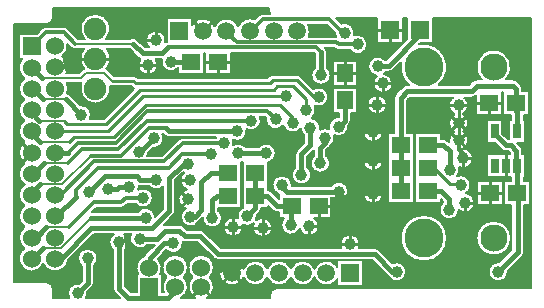
<source format=gbr>
%FSLAX23Y23*%
%MOMM*%
G04 EasyPC Gerber Version 16.0.6 Build 3249 *
%ADD19R,0.70000X1.30000*%
%ADD18R,1.39700X1.52400*%
%ADD71R,1.50000X1.50000*%
%ADD13R,1.52400X1.52400*%
%ADD17R,1.52400X1.52400*%
%ADD10C,0.12700*%
%ADD25C,0.20000*%
%ADD11C,0.25400*%
%ADD22C,0.30000*%
%ADD23C,0.38100*%
%ADD24C,0.40000*%
%ADD98C,1.00000*%
%ADD20C,1.50000*%
%ADD12C,1.52400*%
%ADD97C,1.90000*%
%ADD15C,2.30000*%
%ADD14C,3.30000*%
%ADD16R,1.52400X1.39700*%
X0Y0D02*
D02*
D10*
X1410Y32357D02*
X1134D01*
Y34516*
X2682*
X3133Y34967*
G75*
G02X3463Y35104I331J-331*
G01*
X4914*
G75*
G02X5244Y34967J-468*
G01*
X6157Y34054*
X6694*
G75*
G02X7614Y36194I919J873*
G01*
G75*
G02X8533Y34054J-1268*
G01*
X10524*
G75*
G02X11173Y33996I289J-418*
G01*
X11824Y33345*
X12150*
G75*
G02X11896Y33937I564J592*
G01*
G75*
G02X13531I818*
G01*
G75*
G02X13516Y33780I-817*
G01*
G75*
G02X13646Y33831I247J-444*
G01*
Y35804*
X15781*
Y35256*
G75*
G02X17714Y35110I933J-520*
G01*
G75*
G02X19714I1000J-374*
G01*
G75*
G02X21134Y35718I1000J-374*
G01*
X21483Y36067*
G75*
G02X21814Y36204I331J-331*
G01*
X22395*
G75*
G02X22328Y36487I569J282*
G01*
Y36652*
X4049*
Y35937*
G75*
G02X3413Y35302I-635*
G01*
X699*
Y13472*
X3413*
G75*
G02X4049Y12837J-635*
G01*
Y12122*
X5409*
G75*
G02X6207Y13349I704J415*
G01*
X6456Y13597*
Y14846*
G75*
G02X6146Y15487I508J641*
G01*
G75*
G02X7781I818*
G01*
G75*
G02X7472Y14846I-818*
G01*
Y13387*
G75*
G02X7323Y13028I-508*
G01*
X6926Y12631*
G75*
G02X6818Y12122I-812J-94*
G01*
X9660*
X9254Y12528*
G75*
G02X9106Y12887I359J359*
G01*
Y16196*
G75*
G02X9178Y17529I508J641*
G01*
X7474*
X5289Y15344*
G75*
G02X3213Y15030I-1075J93*
G01*
G75*
G02X2213Y14357I-1000J407*
G01*
G75*
G02X1617Y16337J1080*
G01*
G75*
G02Y18137I596J900*
G01*
G75*
G02Y19937I596J900*
G01*
G75*
G02Y21737I596J900*
G01*
G75*
G02Y23537I596J900*
G01*
G75*
G02Y25337I596J900*
G01*
G75*
G02Y27137I596J900*
G01*
G75*
G02Y28937I596J900*
G01*
G75*
G02Y30737I596J900*
G01*
G75*
G02X1410Y32357I596J900*
G01*
G36*
X1134*
Y34516*
X2682*
X3133Y34967*
G75*
G02X3463Y35104I331J-331*
G01*
X4914*
G75*
G02X5244Y34967J-468*
G01*
X6157Y34054*
X6694*
G75*
G02X7614Y36194I919J873*
G01*
G75*
G02X8533Y34054J-1268*
G01*
X10524*
G75*
G02X11173Y33996I289J-418*
G01*
X11824Y33345*
X12150*
G75*
G02X11896Y33937I564J592*
G01*
G75*
G02X13531I818*
G01*
G75*
G02X13516Y33780I-817*
G01*
G75*
G02X13646Y33831I247J-444*
G01*
Y35804*
X15781*
Y35256*
G75*
G02X17714Y35110I933J-520*
G01*
G75*
G02X19714I1000J-374*
G01*
G75*
G02X21134Y35718I1000J-374*
G01*
X21483Y36067*
G75*
G02X21814Y36204I331J-331*
G01*
X22395*
G75*
G02X22328Y36487I569J282*
G01*
Y36652*
X4049*
Y35937*
G75*
G02X3413Y35302I-635*
G01*
X699*
Y13472*
X3413*
G75*
G02X4049Y12837J-635*
G01*
Y12122*
X5409*
G75*
G02X6207Y13349I704J415*
G01*
X6456Y13597*
Y14846*
G75*
G02X6146Y15487I508J641*
G01*
G75*
G02X7781I818*
G01*
G75*
G02X7472Y14846I-818*
G01*
Y13387*
G75*
G02X7323Y13028I-508*
G01*
X6926Y12631*
G75*
G02X6818Y12122I-812J-94*
G01*
X9660*
X9254Y12528*
G75*
G02X9106Y12887I359J359*
G01*
Y16196*
G75*
G02X9178Y17529I508J641*
G01*
X7474*
X5289Y15344*
G75*
G02X3213Y15030I-1075J93*
G01*
G75*
G02X2213Y14357I-1000J407*
G01*
G75*
G02X1617Y16337J1080*
G01*
G75*
G02Y18137I596J900*
G01*
G75*
G02Y19937I596J900*
G01*
G75*
G02Y21737I596J900*
G01*
G75*
G02Y23537I596J900*
G01*
G75*
G02Y25337I596J900*
G01*
G75*
G02Y27137I596J900*
G01*
G75*
G02Y28937I596J900*
G01*
G75*
G02Y30737I596J900*
G01*
G75*
G02X1410Y32357I596J900*
G01*
G37*
X4790Y32573D02*
G75*
G02X5154Y31154I-586J-907D01*
G01*
X6241*
X6518Y31432*
G75*
G02X6678Y31532I295J-295*
G01*
G75*
G02X6658Y33219I936J855*
G01*
X6124*
G75*
G02X5583Y33306I-210J418*
G01*
X5249Y33640*
G75*
G02X4790Y32573I-1066J-173*
G01*
G36*
G75*
G02X5154Y31154I-586J-907*
G01*
X6241*
X6518Y31432*
G75*
G02X6678Y31532I295J-295*
G01*
G75*
G02X6658Y33219I936J855*
G01*
X6124*
G75*
G02X5583Y33306I-210J418*
G01*
X5249Y33640*
G75*
G02X4790Y32573I-1066J-173*
G01*
G37*
X5179Y30319D02*
G75*
G02X5215Y29435I-966J-482D01*
G01*
G75*
G02X5473Y29296I-102J-498*
G01*
X6320Y28449*
G75*
G02X7150Y27281I94J-812*
G01*
X8329*
X10904Y29856*
G75*
G02X10699Y29973I109J431*
G01*
X10629Y30042*
X9014*
G75*
G02X8861Y30069I0J445*
G01*
G75*
G02X7614Y28579I-1248J-222*
G01*
G75*
G02X6438Y30320J1268*
G01*
G75*
G02X6414Y30319I-24J416*
G01*
X5179*
G36*
G75*
G02X5215Y29435I-966J-482*
G01*
G75*
G02X5473Y29296I-102J-498*
G01*
X6320Y28449*
G75*
G02X7150Y27281I94J-812*
G01*
X8329*
X10904Y29856*
G75*
G02X10699Y29973I109J431*
G01*
X10629Y30042*
X9014*
G75*
G02X8861Y30069I0J445*
G01*
G75*
G02X7614Y28579I-1248J-222*
G01*
G75*
G02X6438Y30320J1268*
G01*
G75*
G02X6414Y30319I-24J416*
G01*
X5179*
G37*
X7333Y19395D02*
X11186D01*
G75*
G02X12677Y19019I677J-458*
G01*
X13356Y19697*
Y21573*
G75*
G02X12123Y21629I-592J564*
G01*
X11414*
G75*
G02X11273Y21649I0J508*
G01*
G75*
G02X11281Y21537I-810J-112*
G01*
G75*
G02X11242Y21287I-818J0*
G01*
G75*
G02X12481Y20587I422J-700*
G01*
G75*
G02X10993Y20119I-818*
G01*
X10357*
X10144Y19906*
G75*
G02X9814Y19769I-331J331*
G01*
X7707*
X7333Y19395*
G36*
X11186*
G75*
G02X12677Y19019I677J-458*
G01*
X13356Y19697*
Y21573*
G75*
G02X12123Y21629I-592J564*
G01*
X11414*
G75*
G02X11273Y21649I0J508*
G01*
G75*
G02X11281Y21537I-810J-112*
G01*
G75*
G02X11242Y21287I-818J0*
G01*
G75*
G02X12481Y20587I422J-700*
G01*
G75*
G02X10993Y20119I-818*
G01*
X10357*
X10144Y19906*
G75*
G02X9814Y19769I-331J331*
G01*
X7707*
X7333Y19395*
G37*
X8536Y31517D02*
G75*
G02X8659Y31432I-172J-380D01*
G01*
X9159Y30931*
X10814*
G75*
G02X11128Y30801J-445*
G01*
X11198Y30731*
X22179*
X22349Y30901*
G75*
G02X22664Y31031I314J-314*
G01*
X24664*
G75*
G02X24978Y30901J-445*
G01*
X26061Y29818*
G75*
G02X27331Y29137I452J-681*
G01*
G75*
G02X26206Y28379I-818*
G01*
G75*
G02X25906Y27349I-742J-343*
G01*
G75*
G02X26614Y26369I-92J-812*
G01*
G75*
G02X27425Y26420I450J-683*
G01*
G75*
G02X28206Y27454I788J217*
G01*
Y27764*
X27698*
Y29923*
X29730*
Y27764*
X29221*
Y27137*
G75*
G02X29073Y26778I-508*
G01*
X29026Y26731*
G75*
G02X27852Y25904I-812J-94*
G01*
G75*
G02X27516Y25006I-788J-217*
G01*
G75*
G02X27423Y24878I-453J231*
G01*
X27172Y24626*
Y24177*
G75*
G02X27481Y23537I-508J-641*
G01*
G75*
G02X25846I-818*
G01*
G75*
G02X26156Y24177I818*
G01*
Y24660*
X25572Y24076*
Y23177*
G75*
G02X25881Y22537I-508J-641*
G01*
G75*
G02X24246I-818*
G01*
G75*
G02X24555Y23177I818*
G01*
Y24287*
G75*
G02X24704Y24646I508*
G01*
X25305Y25247*
Y25896*
G75*
G02X24997Y26489I508J641*
G01*
G75*
G02X23518Y26747I-684J448*
G01*
G75*
G02X22046Y27237I-655J489*
G01*
G75*
G02X22059Y27380I817J0*
G01*
X21970Y27469*
X21560*
G75*
G02X20409Y26427I-747J-333*
G01*
G75*
G02X19233Y25513I-795J-190*
G01*
G75*
G02X19264Y25069I-769J-277*
G01*
G75*
G02X20354Y24895I450J-683*
G01*
X21423*
G75*
G02X22881Y24387I641J-508*
G01*
G75*
G02X22236Y23588I-818*
G01*
Y21280*
G75*
G02X22473Y21146I-123J-493*
G01*
X23141Y20478*
Y20903*
X23182*
G75*
G02X22596Y21687I232J784*
G01*
G75*
G02X24231I818*
G01*
G75*
G02X24230Y21645I-818J0*
G01*
X27573*
G75*
G02X29031Y21137I641J-508*
G01*
G75*
G02X27586Y20613I-818*
G01*
Y18871*
X26161*
G75*
G02X26531Y18187I-448J-684*
G01*
G75*
G02X24922Y17982I-818*
G01*
G75*
G02X23346Y18287I-759J305*
G01*
G75*
G02X23591Y18871I818J0*
G01*
X23141*
Y19379*
X23014*
G75*
G02X22654Y19528J508*
G01*
X22236Y19946*
Y19771*
X21665*
Y19730*
G75*
G02X21516Y19371I-508*
G01*
X21276Y19131*
G75*
G02X21197Y18677I-812J-94*
G01*
G75*
G02X22581Y18087I566J-590*
G01*
G75*
G02X20946I-818*
G01*
G75*
G02X21030Y18447I818*
G01*
G75*
G02X20059Y18327I-566J590*
G01*
G75*
G02X20081Y18137I-795J-190*
G01*
G75*
G02X18446I-818*
G01*
G75*
G02X19668Y18847I818*
G01*
G75*
G02X20104Y19771I795J190*
G01*
X20077*
Y23655*
G75*
G02X19950Y23604I-363J732*
G01*
Y19771*
X18022*
Y19527*
G75*
G02X18331Y18887I-508J-641*
G01*
G75*
G02X16696I-818*
G01*
G75*
G02X16699Y18954I817J0*
G01*
X16420Y18675*
G75*
G02X14845Y18987I-756J312*
G01*
G75*
G02X15256Y19696I818*
G01*
G75*
G02X15389Y21301I208J791*
G01*
G75*
G02X15125Y22743I225J786*
G01*
G75*
G02X15067Y22772I339J744*
G01*
X14372Y22076*
Y19487*
G75*
G02X14223Y19128I-508*
G01*
X13434Y18339*
G75*
G02X13514Y18345I80J-502*
G01*
X14714*
G75*
G02X15073Y18196J-508*
G01*
X15374Y17895*
X16464*
G75*
G02X16823Y17746J-508*
G01*
X18224Y16345*
X28421*
G75*
G02X28346Y16687I743J342*
G01*
G75*
G02X29981I818*
G01*
G75*
G02X29906Y16345I-818J0*
G01*
X31264*
G75*
G02X31623Y16196J-508*
G01*
X32749Y15069*
G75*
G02X33932Y14337I364J-733*
G01*
G75*
G02X32357Y14025I-818*
G01*
X31053Y15329*
X18014*
G75*
G02X17654Y15478J508*
G01*
X16253Y16879*
X15164*
G75*
G02X15014Y16901J508*
G01*
G75*
G02X13620Y16175I-801J-164*
G01*
X12911Y15466*
G75*
G02X13102Y14154I-747J-779*
G01*
X13231*
Y12595*
X13403*
G75*
G02X13639Y13887I961J492*
G01*
G75*
G02X13284Y14687I725J800*
G01*
G75*
G02X15443I1080*
G01*
G75*
G02X15088Y13887I-1080*
G01*
G75*
G02X14847Y12122I-725J-800*
G01*
X16080*
G75*
G02X15839Y13887I484J965*
G01*
G75*
G02X15484Y14687I725J800*
G01*
G75*
G02X17643I1080*
G01*
G75*
G02X17288Y13887I-1080*
G01*
G75*
G02X17047Y12122I-725J-800*
G01*
X22379*
Y12337*
G75*
G02X23014Y12972I635*
G01*
X44478*
Y35852*
X36193*
Y33707*
X35102*
X35007Y33612*
G75*
G02X36684Y30185I406J-1925*
G01*
X39237*
X39526Y30474*
G75*
G02X39914Y30635I388J-388*
G01*
X40315*
G75*
G02X41339Y33154I1023J1052*
G01*
G75*
G02X42362Y30635J-1468*
G01*
X42964*
G75*
G02X43351Y30474J-548*
G01*
X43601Y30224*
G75*
G02X43762Y29837I-388J-388*
G01*
Y29653*
X44286*
Y27621*
X43862*
Y27204*
X43981*
Y25269*
X43299*
X43623Y24946*
G75*
G02X43772Y24587I-359J-359*
G01*
Y24304*
X43981*
Y22369*
X43862*
Y22053*
X44386*
Y20021*
X43912*
Y15987*
G75*
G02X43751Y15599I-548*
G01*
X42530Y14378*
G75*
G02X42531Y14337I-818J-42*
G01*
G75*
G02X40896I-818*
G01*
G75*
G02X41755Y15153I818*
G01*
X42815Y16214*
Y20021*
X42227*
Y22053*
X42766*
Y22369*
X40746*
Y24304*
X42755*
Y24376*
X42603Y24529*
X42364*
G75*
G02X42004Y24678J508*
G01*
X41413Y25269*
X40746*
Y27204*
X42081*
Y26038*
X42574Y25545*
X42646*
Y27204*
X42766*
Y27612*
G75*
G02X42759Y27621I441J325*
G01*
X42127*
Y29539*
X42000*
Y27621*
X39841*
Y29240*
G75*
G02X39464Y29089I-378J397*
G01*
X38857*
G75*
G02X38689Y27687I-493J-652*
G01*
G75*
G02X38741Y26212I-325J-750*
G01*
G75*
G02X38725Y24753I-378J-725*
G01*
G75*
G02X39581Y23937I39J-817*
G01*
G75*
G02X38402Y23204I-818*
G01*
G75*
G02X38203Y22421I-788J-217*
G01*
G75*
G02X39005Y20999I360J-734*
G01*
G75*
G02X39731Y20187I-92J-812*
G01*
G75*
G02X38381Y19567I-818*
G01*
G75*
G02X36746Y19587I-817J20*
G01*
G75*
G02X37056Y20227I818*
G01*
Y20276*
X36836Y20496*
Y20171*
X34677*
Y26103*
X36836*
Y25595*
X37064*
G75*
G02X37423Y25446J-508*
G01*
X37567Y25301*
G75*
G02X37986Y26212I796J185*
G01*
G75*
G02X38038Y27687I378J725*
G01*
G75*
G02X37870Y29089I325J750*
G01*
X34241*
X34019Y28867*
Y26103*
X34550*
Y20171*
X32391*
Y26103*
X32923*
Y29094*
G75*
G02X33083Y29481I548*
G01*
X33626Y30024*
G75*
G02X34014Y30185I388J-388*
G01*
X34143*
G75*
G02X33489Y32093I1271J1502*
G01*
X32823Y31428*
G75*
G02X32464Y31279I-359J359*
G01*
X32191*
G75*
G02X32028Y31102I-677J458*
G01*
G75*
G02X32781Y30287I-65J-815*
G01*
G75*
G02X31146I-818*
G01*
G75*
G02X31449Y30922I818*
G01*
G75*
G02X30696Y31737I65J815*
G01*
G75*
G02X32111Y32295I818*
G01*
X32253*
X34034Y34076*
Y35852*
X33653*
Y33707*
X31494*
Y35852*
X27960*
X28451Y35361*
G75*
G02X29492Y34339I263J-774*
G01*
G75*
G02X30631Y33587I321J-752*
G01*
G75*
G02X29143Y33119I-818*
G01*
X28214*
G75*
G02X27883Y33256J468*
G01*
X27820Y33319*
X27048*
G75*
G02X27221Y32937I-334J-383*
G01*
Y31627*
G75*
G02X27531Y30987I-508J-641*
G01*
G75*
G02X25896I-818*
G01*
G75*
G02X26206Y31627I818*
G01*
Y32784*
X26120Y32869*
X19086*
Y31121*
X16927*
Y32869*
X16800*
Y31121*
X14641*
Y31613*
G75*
G02X13219Y32329I-627J524*
G01*
X12716*
G75*
G02X12881Y31837I-653J-492*
G01*
G75*
G02X11246I-818*
G01*
G75*
G02X11436Y32361I818*
G01*
G75*
G02X11254Y32478I178J476*
G01*
X10513Y33219*
X8569*
G75*
G02X8536Y31517I-956J-833*
G01*
X20164Y13863D02*
G75*
G02X18096Y14237I-1000J374D01*
G01*
G75*
G02X20164Y14610I1067*
G01*
G75*
G02X22164I1000J-374*
G01*
G75*
G02X24164I1000J-374*
G01*
G75*
G02X26164I1000J-374*
G01*
G75*
G02X28096Y14756I1000J-374*
G01*
Y15304*
X30231*
Y13169*
X28096*
Y13717*
G75*
G02X26164Y13863I-933J520*
G01*
G75*
G02X24164I-1000J374*
G01*
G75*
G02X22164I-1000J374*
G01*
G75*
G02X20164I-1000J374*
G01*
X29730Y32209D02*
Y30050D01*
X27698*
Y32209*
X29730*
X30296Y20937D02*
G75*
G02X31931I818D01*
G01*
G75*
G02X30296I-818*
G01*
Y23687D02*
G75*
G02X31931I818D01*
G01*
G75*
G02X30296I-818*
G01*
Y26137D02*
G75*
G02X31931I818D01*
G01*
G75*
G02X30296I-818*
G01*
X30646Y28487D02*
G75*
G02X32281I818D01*
G01*
G75*
G02X30646I-818*
G01*
X35414Y15219D02*
G75*
G02Y19154J1968D01*
G01*
G75*
G02Y15219J-1968*
G01*
X39941Y22053D02*
X42100D01*
Y20021*
X39941*
Y22053*
X41339Y15719D02*
G75*
G02Y18654J1468D01*
G01*
G75*
G02Y15719J-1468*
G01*
X17545Y14237D02*
G36*
G75*
G02X17288Y13887I-981J450D01*
G01*
G75*
G02X17047Y12122I-725J-800*
G01*
X22379*
Y12337*
G75*
G02X23014Y12972I635*
G01*
X44478*
Y35852*
X36193*
Y33707*
X35102*
X35007Y33612*
G75*
G02X36684Y30185I406J-1925*
G01*
X39237*
X39526Y30474*
G75*
G02X39914Y30635I388J-388*
G01*
X40315*
G75*
G02X41339Y33154I1023J1052*
G01*
G75*
G02X42362Y30635J-1468*
G01*
X42964*
G75*
G02X43351Y30474J-548*
G01*
X43601Y30224*
G75*
G02X43762Y29837I-388J-388*
G01*
Y29653*
X44286*
Y27621*
X43862*
Y27204*
X43981*
Y25269*
X43299*
X43623Y24946*
G75*
G02X43772Y24587I-359J-359*
G01*
Y24304*
X43981*
Y22369*
X43862*
Y22053*
X44386*
Y20021*
X43912*
Y15987*
G75*
G02X43751Y15599I-548*
G01*
X42530Y14378*
G75*
G02X42531Y14337I-818J-42*
G01*
G75*
G02X40896I-818*
G01*
G75*
G02X41755Y15153I818*
G01*
X42815Y16214*
Y17187*
X42806*
G75*
G02X41339Y15719I-1468*
G01*
G75*
G02X39871Y17187J1468*
G01*
X37381*
G75*
G02X35414Y15219I-1968*
G01*
G75*
G02X33446Y17187J1968*
G01*
X29810*
G75*
G02X29981Y16687I-647J-500*
G01*
G75*
G02X29906Y16345I-818J0*
G01*
X31264*
G75*
G02X31623Y16196J-508*
G01*
X32749Y15069*
G75*
G02X33932Y14337I364J-733*
G01*
G75*
G02X32357Y14025I-818*
G01*
X32145Y14237*
X30231*
Y13169*
X28096*
Y13717*
G75*
G02X26164Y13863I-933J520*
G01*
G75*
G02X24164I-1000J374*
G01*
G75*
G02X22164I-1000J374*
G01*
G75*
G02X20164I-1000J374*
G01*
G75*
G02X18096Y14237I-1000J374*
G01*
X17545*
G37*
X18096D02*
G36*
G75*
G02X20164Y14610I1067D01*
G01*
G75*
G02X22164I1000J-374*
G01*
G75*
G02X24164I1000J-374*
G01*
G75*
G02X26164I1000J-374*
G01*
G75*
G02X28096Y14756I1000J-374*
G01*
Y15304*
X30231*
Y14237*
X32145*
X31053Y15329*
X18014*
G75*
G02X17654Y15478J508*
G01*
X16253Y16879*
X15164*
G75*
G02X15014Y16901J508*
G01*
G75*
G02X13620Y16175I-801J-164*
G01*
X12911Y15466*
G75*
G02X13102Y14154I-747J-779*
G01*
X13231*
Y12595*
X13403*
G75*
G02X13639Y13887I961J492*
G01*
G75*
G02X13284Y14687I725J800*
G01*
G75*
G02X15443I1080*
G01*
G75*
G02X15088Y13887I-1080*
G01*
G75*
G02X14847Y12122I-725J-800*
G01*
X16080*
G75*
G02X15839Y13887I484J965*
G01*
G75*
G02X15484Y14687I725J800*
G01*
G75*
G02X17643I1080*
G01*
G75*
G02X17545Y14237I-1080J0*
G01*
X18096*
G37*
X27518Y31130D02*
G36*
G75*
G02X27531Y30987I-805J-143D01*
G01*
G75*
G02X25896I-818*
G01*
G75*
G02X26206Y31627I818*
G01*
Y32784*
X26120Y32869*
X19086*
Y31121*
X16927*
Y32869*
X16800*
Y31121*
X14641*
Y31613*
G75*
G02X13219Y32329I-627J524*
G01*
X12716*
G75*
G02X12881Y31837I-653J-492*
G01*
G75*
G02X11246I-818*
G01*
G75*
G02X11436Y32361I818*
G01*
G75*
G02X11254Y32478I178J476*
G01*
X10513Y33219*
X8569*
G75*
G02X8536Y31517I-956J-833*
G01*
G75*
G02X8659Y31432I-172J-380*
G01*
X9159Y30931*
X10814*
G75*
G02X11128Y30801J-445*
G01*
X11198Y30731*
X22179*
X22349Y30901*
G75*
G02X22664Y31031I314J-314*
G01*
X24664*
G75*
G02X24978Y30901J-445*
G01*
X26061Y29818*
G75*
G02X27331Y29137I452J-681*
G01*
G75*
G02X26206Y28379I-818*
G01*
G75*
G02X25906Y27349I-742J-343*
G01*
G75*
G02X26614Y26369I-92J-812*
G01*
G75*
G02X27425Y26420I450J-683*
G01*
G75*
G02X28206Y27454I788J217*
G01*
Y27764*
X27698*
Y29923*
X29730*
Y28487*
X30646*
G75*
G02X32281I818*
G01*
X32923*
Y29094*
G75*
G02X33083Y29481I548*
G01*
X33626Y30024*
G75*
G02X34014Y30185I388J-388*
G01*
X34143*
G75*
G02X33489Y32093I1271J1502*
G01*
X32823Y31428*
G75*
G02X32464Y31279I-359J359*
G01*
X32191*
G75*
G02X32028Y31102I-677J458*
G01*
G75*
G02X32781Y30287I-65J-815*
G01*
G75*
G02X31146I-818*
G01*
G75*
G02X31449Y30922I818*
G01*
G75*
G02X30966Y31130I65J815*
G01*
X29730*
Y30050*
X27698*
Y31130*
X27518*
G37*
X27698D02*
G36*
Y32209D01*
X29730*
Y31130*
X30966*
G75*
G02X30696Y31737I548J607*
G01*
G75*
G02X32111Y32295I818*
G01*
X32253*
X34034Y34076*
Y35852*
X33653*
Y33707*
X31494*
Y35852*
X27960*
X28451Y35361*
G75*
G02X29492Y34339I263J-774*
G01*
G75*
G02X30631Y33587I321J-752*
G01*
G75*
G02X29143Y33119I-818*
G01*
X28214*
G75*
G02X27883Y33256J468*
G01*
X27820Y33319*
X27048*
G75*
G02X27221Y32937I-334J-383*
G01*
Y31627*
G75*
G02X27518Y31130I-508J-641*
G01*
X27698*
G37*
X29006Y20937D02*
G36*
G75*
G02X27586Y20613I-793J200D01*
G01*
Y18871*
X26161*
G75*
G02X26531Y18187I-448J-684*
G01*
G75*
G02X24922Y17982I-818*
G01*
G75*
G02X23346Y18287I-759J305*
G01*
G75*
G02X23591Y18871I818J0*
G01*
X23141*
Y19379*
X23014*
G75*
G02X22654Y19528J508*
G01*
X22236Y19946*
Y19771*
X21665*
Y19730*
G75*
G02X21516Y19371I-508*
G01*
X21276Y19131*
G75*
G02X21197Y18677I-812J-94*
G01*
G75*
G02X22581Y18087I566J-590*
G01*
G75*
G02X20946I-818*
G01*
G75*
G02X21030Y18447I818*
G01*
G75*
G02X20059Y18327I-566J590*
G01*
G75*
G02X20081Y18137I-795J-190*
G01*
G75*
G02X18446I-818*
G01*
G75*
G02X19668Y18847I818*
G01*
G75*
G02X20104Y19771I795J190*
G01*
X20077*
Y23655*
G75*
G02X19950Y23604I-363J732*
G01*
Y19771*
X18022*
Y19527*
G75*
G02X18331Y18887I-508J-641*
G01*
G75*
G02X16696I-818*
G01*
G75*
G02X16699Y18954I817J0*
G01*
X16420Y18675*
G75*
G02X14845Y18987I-756J312*
G01*
G75*
G02X15256Y19696I818*
G01*
G75*
G02X15389Y21301I208J791*
G01*
G75*
G02X15125Y22743I225J786*
G01*
G75*
G02X15067Y22772I339J744*
G01*
X14372Y22076*
Y19487*
G75*
G02X14223Y19128I-508*
G01*
X13434Y18339*
G75*
G02X13514Y18345I80J-502*
G01*
X14714*
G75*
G02X15073Y18196J-508*
G01*
X15374Y17895*
X16464*
G75*
G02X16823Y17746J-508*
G01*
X18224Y16345*
X28421*
G75*
G02X28346Y16687I743J342*
G01*
G75*
G02X29810Y17187I818*
G01*
X33446*
G75*
G02X35414Y19154I1968*
G01*
G75*
G02X37381Y17187J-1968*
G01*
X39871*
G75*
G02X41339Y18654I1468*
G01*
G75*
G02X42806Y17187J-1468*
G01*
X42815*
Y20021*
X42227*
Y20937*
X42100*
Y20021*
X39941*
Y20937*
X39239*
G75*
G02X39731Y20187I-325J-750*
G01*
G75*
G02X38381Y19567I-818*
G01*
G75*
G02X36746Y19587I-817J20*
G01*
G75*
G02X37056Y20227I818*
G01*
Y20276*
X36836Y20496*
Y20171*
X34677*
Y26103*
X36836*
Y25595*
X37064*
G75*
G02X37423Y25446J-508*
G01*
X37567Y25301*
G75*
G02X37986Y26212I796J185*
G01*
G75*
G02X38038Y27687I378J725*
G01*
G75*
G02X37870Y29089I325J750*
G01*
X34241*
X34019Y28867*
Y26103*
X34550*
Y20171*
X32391*
Y20937*
X31931*
G75*
G02X30296I-818*
G01*
X29006*
G37*
X30296D02*
G36*
G75*
G02X31931I818D01*
G01*
X32391*
Y23687*
X31931*
G75*
G02X30296I-818*
G01*
X27467*
G75*
G02X27481Y23537I-804J-150*
G01*
G75*
G02X25846I-818*
G01*
G75*
G02X26156Y24177I818*
G01*
Y24660*
X25572Y24076*
Y23177*
G75*
G02X25881Y22537I-508J-641*
G01*
G75*
G02X24246I-818*
G01*
G75*
G02X24555Y23177I818*
G01*
Y24287*
G75*
G02X24704Y24646I508*
G01*
X25305Y25247*
Y25896*
G75*
G02X24997Y26489I508J641*
G01*
G75*
G02X23518Y26747I-684J448*
G01*
G75*
G02X22046Y27237I-655J489*
G01*
G75*
G02X22059Y27380I817J0*
G01*
X21970Y27469*
X21560*
G75*
G02X20409Y26427I-747J-333*
G01*
G75*
G02X19233Y25513I-795J-190*
G01*
G75*
G02X19264Y25069I-769J-277*
G01*
G75*
G02X20354Y24895I450J-683*
G01*
X21423*
G75*
G02X22881Y24387I641J-508*
G01*
G75*
G02X22236Y23588I-818*
G01*
Y21280*
G75*
G02X22473Y21146I-123J-493*
G01*
X23141Y20478*
Y20903*
X23182*
G75*
G02X22596Y21687I232J784*
G01*
G75*
G02X24231I818*
G01*
G75*
G02X24230Y21645I-818J0*
G01*
X27573*
G75*
G02X29031Y21137I641J-508*
G01*
G75*
G02X29006Y20937I-818J0*
G01*
X30296*
G37*
X39941D02*
G36*
Y22053D01*
X42100*
Y20937*
X42227*
Y22053*
X42766*
Y22369*
X40746*
Y24304*
X42755*
Y24376*
X42603Y24529*
X42364*
G75*
G02X42004Y24678J508*
G01*
X41413Y25269*
X40746*
Y27204*
X42081*
Y26038*
X42574Y25545*
X42646*
Y27204*
X42766*
Y27612*
G75*
G02X42759Y27621I441J325*
G01*
X42127*
Y29539*
X42000*
Y27621*
X39841*
Y29240*
G75*
G02X39464Y29089I-378J397*
G01*
X38857*
G75*
G02X38689Y27687I-493J-652*
G01*
G75*
G02X38741Y26212I-325J-750*
G01*
G75*
G02X38725Y24753I-378J-725*
G01*
G75*
G02X39581Y23937I39J-817*
G01*
G75*
G02X38402Y23204I-818*
G01*
G75*
G02X38203Y22421I-788J-217*
G01*
G75*
G02X39005Y20999I360J-734*
G01*
G75*
G02X39239Y20937I-92J-812*
G01*
X39941*
G37*
X30296Y23687D02*
G36*
G75*
G02X31931I818D01*
G01*
X32391*
Y26103*
X32923*
Y26137*
X31931*
G75*
G02X30296I-818*
G01*
X28860*
G75*
G02X27852Y25904I-647J500*
G01*
G75*
G02X27516Y25006I-788J-217*
G01*
G75*
G02X27423Y24878I-453J231*
G01*
X27172Y24626*
Y24177*
G75*
G02X27467Y23687I-508J-641*
G01*
X30296*
G37*
Y26137D02*
G36*
G75*
G02X31931I818D01*
G01*
X32923*
Y28487*
X32281*
G75*
G02X30646I-818*
G01*
X29730*
Y27764*
X29221*
Y27137*
G75*
G02X29073Y26778I-508*
G01*
X29026Y26731*
G75*
G02X28860Y26137I-812J-94*
G01*
X30296*
G37*
X10049Y17529D02*
G75*
G02X10121Y16196I-435J-692D01*
G01*
Y13097*
X10624Y12595*
X11096*
Y14154*
X11225*
G75*
G02X11744Y15682I939J532*
G01*
G75*
G02X11854Y15846I469J-195*
G01*
X12637Y16629*
X12004*
G75*
G02X10646Y17529I-641J508*
G01*
X10049*
G36*
G75*
G02X10121Y16196I-435J-692*
G01*
Y13097*
X10624Y12595*
X11096*
Y14154*
X11225*
G75*
G02X11744Y15682I939J532*
G01*
G75*
G02X11854Y15846I469J-195*
G01*
X12637Y16629*
X12004*
G75*
G02X10646Y17529I-641J508*
G01*
X10049*
G37*
X12010Y24154D02*
X13270D01*
X14683Y25567*
G75*
G02X15014Y25704I331J-331*
G01*
X17793*
G75*
G02X17811Y25729I671J-466*
G01*
X13864*
G75*
G02X13504Y25878J508*
G01*
X13363Y26019*
X13286*
G75*
G02X12470Y24825I-723J-383*
G01*
X12079Y24434*
G75*
G02X12010Y24154I-816J53*
G01*
G36*
X13270*
X14683Y25567*
G75*
G02X15014Y25704I331J-331*
G01*
X17793*
G75*
G02X17811Y25729I671J-466*
G01*
X13864*
G75*
G02X13504Y25878J508*
G01*
X13363Y26019*
X13286*
G75*
G02X12470Y24825I-723J-383*
G01*
X12079Y24434*
G75*
G02X12010Y24154I-816J53*
G01*
G37*
X25639Y35269D02*
G75*
G02X25666Y34254I-925J-532D01*
G01*
X27967*
G75*
G02X27896Y34587I747J333*
G01*
G75*
G02Y34593I813J3*
G01*
X27220Y35269*
X25639*
G36*
G75*
G02X25666Y34254I-925J-532*
G01*
X27967*
G75*
G02X27896Y34587I747J333*
G01*
G75*
G02Y34593I813J3*
G01*
X27220Y35269*
X25639*
G37*
D02*
D11*
X1765Y23988D02*
X1405Y23629D01*
X1765Y24886D02*
X1405Y25245D01*
X2213Y26087D02*
Y26237D01*
Y28037D02*
Y27787D01*
X4839Y31667D02*
X5347D01*
X4914Y27137D02*
X5214Y26837D01*
X8514*
X11414Y29737*
X22714*
X23014Y30037*
X24364*
X25464Y28937*
Y28037*
X6791Y32387D02*
X6283D01*
X8437D02*
X8945D01*
X9014Y30487D02*
X10814D01*
X11014Y30287*
X22364*
X22664Y30587*
X24664*
X26114Y29137*
X11691Y31837D02*
X11183D01*
X12064Y31464D02*
Y30956D01*
X12341Y33937D02*
X11833D01*
X12437Y31837D02*
X12944D01*
X12714Y34310D02*
Y34818D01*
X15200Y20223D02*
X14841Y19864D01*
X15200Y20751D02*
X14841Y21110D01*
X15241Y22087D02*
X14733D01*
X16114Y12638D02*
X15755Y12279D01*
X16273Y35177D02*
X15914Y35537D01*
X17013Y12638D02*
X17372Y12279D01*
X17154Y35177D02*
X17513Y35537D01*
X17372Y32137D02*
X16864D01*
X17414Y24337D02*
Y24287D01*
X18007Y31565D02*
Y31057D01*
X18642Y32137D02*
X19150D01*
X18723Y13796D02*
X18364Y13437D01*
X18723Y14677D02*
X18364Y15037D01*
X18891Y18137D02*
X18383D01*
X19264Y17764D02*
Y17256D01*
Y18510D02*
Y19018D01*
X19604Y13796D02*
X19963Y13437D01*
X19604Y14677D02*
X19963Y15037D01*
X19637Y18137D02*
X20145D01*
X21391Y18087D02*
X20883D01*
X21764Y17714D02*
Y17206D01*
Y18460D02*
Y18968D01*
X22137Y18087D02*
X22645D01*
X23714Y29237D02*
Y29187D01*
X11664*
X8714Y26237*
X4214*
X24314Y26937D02*
Y27387D01*
X23214Y28487*
X11864*
X9164Y25787*
X5814*
X5364Y25337*
X25714Y17814D02*
Y17306D01*
X26087Y18187D02*
X26595D01*
X26507Y19315D02*
Y18807D01*
X27142Y19887D02*
X27650D01*
X28142Y31130D02*
X27634D01*
X28714Y30495D02*
Y29987D01*
Y31765D02*
Y32273D01*
X28791Y16687D02*
X28283D01*
X29164Y17060D02*
Y17568D01*
X29285Y31130D02*
X29793D01*
X29537Y16687D02*
X30045D01*
X30741Y20937D02*
X30233D01*
X30741Y23687D02*
X30233D01*
X30741Y26137D02*
X30233D01*
X31090Y28487D02*
X30583D01*
X31114Y20564D02*
Y20056D01*
Y21310D02*
Y21818D01*
Y23314D02*
Y22806D01*
Y24060D02*
Y24568D01*
Y25764D02*
Y25256D01*
Y26510D02*
Y27018D01*
X31464Y28114D02*
Y27606D01*
Y28860D02*
Y29368D01*
X31487Y20937D02*
X31995D01*
X31487Y23687D02*
X31995D01*
X31487Y26137D02*
X31995D01*
X31590Y30287D02*
X31083D01*
X31837Y28487D02*
X32344D01*
X31939Y34787D02*
X31431D01*
X31964Y29914D02*
Y29406D01*
X32337Y30287D02*
X32844D01*
X32574Y34152D02*
Y33644D01*
X33209Y34787D02*
X33717D01*
X36264Y23137D02*
X37614Y21787D01*
X38464*
X38564Y21687*
X37991Y28437D02*
X37483D01*
X38100Y25751D02*
X37741Y26110D01*
X38100Y26673D02*
X37741Y26314D01*
X38100Y27201D02*
X37741Y27560D01*
X38364Y25487D02*
Y26937D01*
Y28437*
X38627Y25223D02*
X38987Y24864D01*
X38627Y25751D02*
X38987Y26110D01*
X38627Y26673D02*
X38987Y26314D01*
X38627Y27201D02*
X38987Y27560D01*
X38737Y28437D02*
X39245D01*
X38764Y23564D02*
Y23056D01*
X38914Y19814D02*
Y19306D01*
X39137Y23937D02*
X39645D01*
X39287Y20187D02*
X39795D01*
X40286Y28637D02*
X39778D01*
X40386Y21037D02*
X39878D01*
X40921Y28065D02*
Y27557D01*
X41021Y20465D02*
Y19957D01*
Y21608D02*
Y22116D01*
X41556Y28637D02*
X42064D01*
X41656Y21037D02*
X42164D01*
X42364Y22814D02*
Y22306D01*
Y23860D02*
Y24368D01*
D02*
D12*
X2213Y15437D03*
Y17237D03*
Y19037D03*
Y20837D03*
Y22637D03*
Y24437D03*
Y26237D03*
Y28037D03*
Y29837D03*
Y31637D03*
X4184Y33467D03*
X4204Y31667D03*
X4214Y15437D03*
Y17237D03*
Y19037D03*
Y20837D03*
Y22637D03*
Y24437D03*
Y26237D03*
Y28037D03*
Y29837D03*
X12164Y14687D03*
X14364Y13087D03*
Y14687D03*
X16564Y13087D03*
Y14687D03*
D02*
D13*
X2213Y33437D03*
D02*
D14*
X35414Y17187D03*
Y31687D03*
D02*
D15*
X41339Y17187D03*
Y31687D03*
D02*
D16*
X15720Y32137D03*
X18007D03*
X18870Y20787D03*
Y22737D03*
X21157Y20787D03*
Y22737D03*
X24221Y19887D03*
X26507D03*
X33471Y21187D03*
Y23137D03*
Y25087D03*
X35757Y21187D03*
Y23137D03*
Y25087D03*
X40921Y28637D03*
X41021Y21037D03*
X43207Y28637D03*
X43307Y21037D03*
D02*
D17*
X32574Y34787D03*
X35114D03*
D02*
D18*
X28714Y28844D03*
Y31130D03*
D02*
D19*
X41414Y23337D03*
Y26237D03*
X42364Y23337D03*
X43314D03*
Y26237D03*
D02*
D71*
X12164Y13087D03*
X14714Y34737D03*
X29164Y14237D03*
D02*
D20*
X16714Y34737D03*
X18714D03*
X19164Y14237D03*
X20714Y34737D03*
X21164Y14237D03*
X22714Y34737D03*
X23164Y14237D03*
X24714Y34737D03*
X25164Y14237D03*
X27164D03*
D02*
D22*
X5314Y23537D02*
X6513Y24737D01*
X9564*
X11964Y27137*
X20814*
X5414Y18137D02*
X7513Y20237D01*
X9814*
X10164Y20587*
X11664*
X5914Y33637D02*
X4914Y34637D01*
X3463*
X2264Y33437*
X2213*
X5964Y20687D02*
Y21287D01*
X7814Y23137*
X13814*
X14964Y24287*
X17414*
X7263Y24187D02*
X9814D01*
X12114Y26487*
X13614*
X18464Y25237D02*
X15014D01*
X13464Y23687*
X7513*
X4664Y20837*
X4214*
X20814Y34737D02*
X21814Y35737D01*
X27414*
X28564Y34587*
X28714*
X22864Y27237D02*
X22164Y27937D01*
X12014*
X9364Y25287*
X6114*
X5264Y24437*
X26114Y29137D02*
X26514D01*
X26714Y32937D02*
X26314Y33337D01*
X13764*
X29814Y33587D02*
X28214D01*
X28014Y33787*
X19564*
X18714Y34637*
X38364Y24737D02*
Y25487D01*
X38764Y23937D02*
Y24337D01*
D02*
D23*
X1764Y33637D02*
X1964Y33437D01*
X2213*
Y15437D02*
X2264D01*
X3163Y16337*
X2213Y17237D02*
X2563D01*
X3463Y18137*
X2213Y20837D02*
Y20987D01*
X2963Y21737*
X2213Y22637D02*
X2364D01*
X3263Y23537*
X2213Y28037D02*
Y28087D01*
Y29837D02*
X2313D01*
X2213Y31637D02*
X2264Y31587D01*
X4214Y15437D02*
X4664D01*
X7263Y18037*
X12414*
X13864Y19487*
Y22287*
X14914Y23337*
X15514*
X15564Y23387*
Y23487*
X15464*
X4214Y19037D02*
X4314D01*
X5964Y20687*
X4214Y26237D02*
Y26187D01*
X5114Y28937D02*
X6414Y27637D01*
X5264Y24437D02*
X4214D01*
X6963Y15487D02*
Y13387D01*
X6114Y12537*
X7064Y21087D02*
X8414Y22437D01*
X11114*
X11414Y22137*
X12764*
X7263Y18887D02*
X11864D01*
Y18937*
X8664Y21337D02*
X9464D01*
X9614Y21487*
Y21537*
X10464*
X9614Y16837D02*
Y12887D01*
X10414Y12087*
X13764*
X14364Y12687*
Y13087*
X11264Y24487D02*
X11414D01*
X12564Y25637*
X12064Y31837D02*
X11914D01*
X13614Y26487D02*
X13864Y26237D01*
X19614*
X13764Y33337D02*
X13264Y32837D01*
X11614*
X10814Y33637*
X14214Y16737D02*
X13464D01*
X12214Y15487*
Y14737*
X12164Y14687*
X15664Y18987D02*
X16014D01*
X16564Y19537*
Y21937*
X17364Y22737*
X18870*
X15720Y32137D02*
X14014D01*
X17514Y18887D02*
Y20387D01*
X17914Y20787*
X18870*
X18714Y34637D02*
Y34737D01*
X19714Y24387D02*
X22064D01*
X20714Y34737D02*
X20814D01*
X21157Y20787D02*
Y19730D01*
X20464Y19037*
X21157Y20787D02*
X22114D01*
X23014Y19887*
X24221*
X21157Y22737D02*
Y20787D01*
X24164Y18287D02*
Y19830D01*
X24221Y19887*
X25814Y26537D02*
Y25037D01*
X25064Y24287*
Y22537*
X26714Y30987D02*
Y32937D01*
X27064Y25687D02*
Y25237D01*
X26664Y24837*
Y23537*
X28214Y21137D02*
X23864D01*
X23414Y21587*
Y21687*
X28714Y28844D02*
Y27137D01*
X28214Y26637*
X33114Y14337D02*
X32764D01*
X31264Y15837*
X18014*
X16464Y17387*
X15164*
X14714Y17837*
X13514*
X12814Y17137*
X11364*
X33471Y21187D02*
Y25087D01*
Y29094*
X34014Y29637*
X39464*
X39914Y30087*
X42964*
X43214Y29837*
Y29044*
X43207Y29037*
Y28637*
X35114Y34787D02*
Y34437D01*
X32464Y31787*
X31564*
X31514Y31737*
X35757Y21187D02*
X36864D01*
X37564Y20487*
Y19587*
X35757Y23137D02*
X36264D01*
X35757Y25087D02*
X37064D01*
X37614Y24537*
Y22987*
X38764Y24337D02*
X38364Y24737D01*
X41414Y26237D02*
Y25987D01*
X42364Y25037*
X42814*
X43264Y24587*
Y23387*
X43314Y23337*
X43207Y28637D02*
X43214D01*
Y27937*
X43314Y27837*
Y26237*
X43307Y21037D02*
X43314D01*
X43364Y20987*
Y15987*
X41714Y14337*
X43314Y23337D02*
Y21044D01*
X43307Y21037*
D02*
D24*
X2213Y27787D02*
X2864Y27137D01*
X2264Y31587D02*
X3114Y30737D01*
X2313Y29837D02*
X3213Y28937D01*
X2963Y25337D02*
X2213Y26087D01*
D02*
D25*
X2864Y27137D02*
X4914D01*
X2963Y21737D02*
X4814D01*
X7263Y24187*
X3114Y30737D02*
X6414D01*
X6814Y31137*
X8364*
X9014Y30487*
X3163Y16337D02*
X4714D01*
X7263Y18887*
X3213Y28937D02*
X5114D01*
X3263Y23537D02*
X5314D01*
X3463Y18137D02*
X5414D01*
X5364Y25337D02*
X2963D01*
X10814Y33637D02*
X5914D01*
D02*
D97*
X7614Y29847D03*
Y32387D03*
Y34927D03*
D02*
D98*
X6114Y12537D03*
X6414Y27637D03*
X6963Y15487D03*
X7064Y21087D03*
X8664Y21337D03*
X9614Y16837D03*
X10464Y21537D03*
X11264Y24487D03*
X11364Y17137D03*
X11664Y20587D03*
X11864Y18937D03*
X12064Y31837D03*
X12564Y25637D03*
X12714Y33937D03*
X12764Y22137D03*
X14014Y32137D03*
X14214Y16737D03*
X15464Y20487D03*
Y23487D03*
X15614Y22087D03*
X15664Y18987D03*
X17414Y24287D03*
X17514Y18887D03*
X18464Y25237D03*
X19264Y18137D03*
X19614Y26237D03*
X19714Y24387D03*
X20464Y19037D03*
X20814Y27137D03*
X21764Y18087D03*
X22064Y24387D03*
X22864Y27237D03*
X23414Y21687D03*
X23714Y29237D03*
X24164Y18287D03*
X24314Y26937D03*
X25064Y22537D03*
X25464Y28037D03*
X25714Y18187D03*
X25814Y26537D03*
X26514Y29137D03*
X26664Y23537D03*
X26714Y30987D03*
X27064Y25687D03*
X28214Y21137D03*
Y26637D03*
X28714Y34587D03*
X29164Y16687D03*
X29814Y33587D03*
X31114Y20937D03*
Y23687D03*
Y26137D03*
X31464Y28487D03*
X31514Y31737D03*
X31964Y30287D03*
X33114Y14337D03*
X37564Y19587D03*
X37614Y22987D03*
X38364Y25487D03*
Y26937D03*
Y28437D03*
X38564Y21687D03*
X38764Y23937D03*
X38914Y20187D03*
X41714Y14337D03*
X0Y0D02*
M02*

</source>
